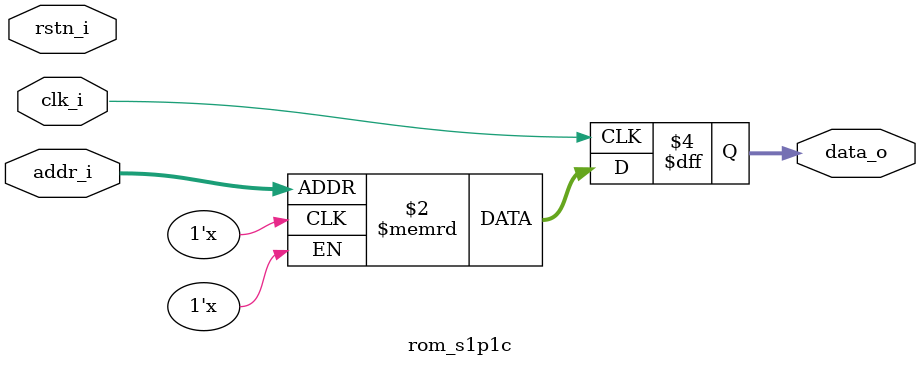
<source format=sv>
module rom_s1p1c #(
  parameter  int unsigned WORD_WIDTH      = 8,
  parameter  int unsigned WORD_COUNT      = 256,
  parameter  bit          INIT_FILE_BIN   = 0,
  parameter  int unsigned INIT_FILE       = "",
  localparam int unsigned ADDR_WIDTH      = $clog2(WORD_COUNT)
) (
  input  logic                    clk_i,
  input  logic                    rstn_i,

  input  logic [ADDR_WIDTH - 1:0] addr_i,
  output logic [WORD_WIDTH - 1:0] data_o
);

logic [WORD_WIDTH - 1:0] rom [0:WORD_COUNT - 1];


always_ff @( posedge clk_i ) begin
  data_o <= rom[addr_i];
end


initial begin
  if (INIT_FILE != "") begin
    if (INIT_FILE_BIN) begin
      $display("Initializing ROM with bin file: %s...", INIT_FILE);
      $readmemb(INIT_FILE, rom);
    end
    else begin
      $display("Initializing ROM with hex file: %s...", INIT_FILE);
      $readmemh(INIT_FILE, rom);
    end
  end
end

endmodule

</source>
